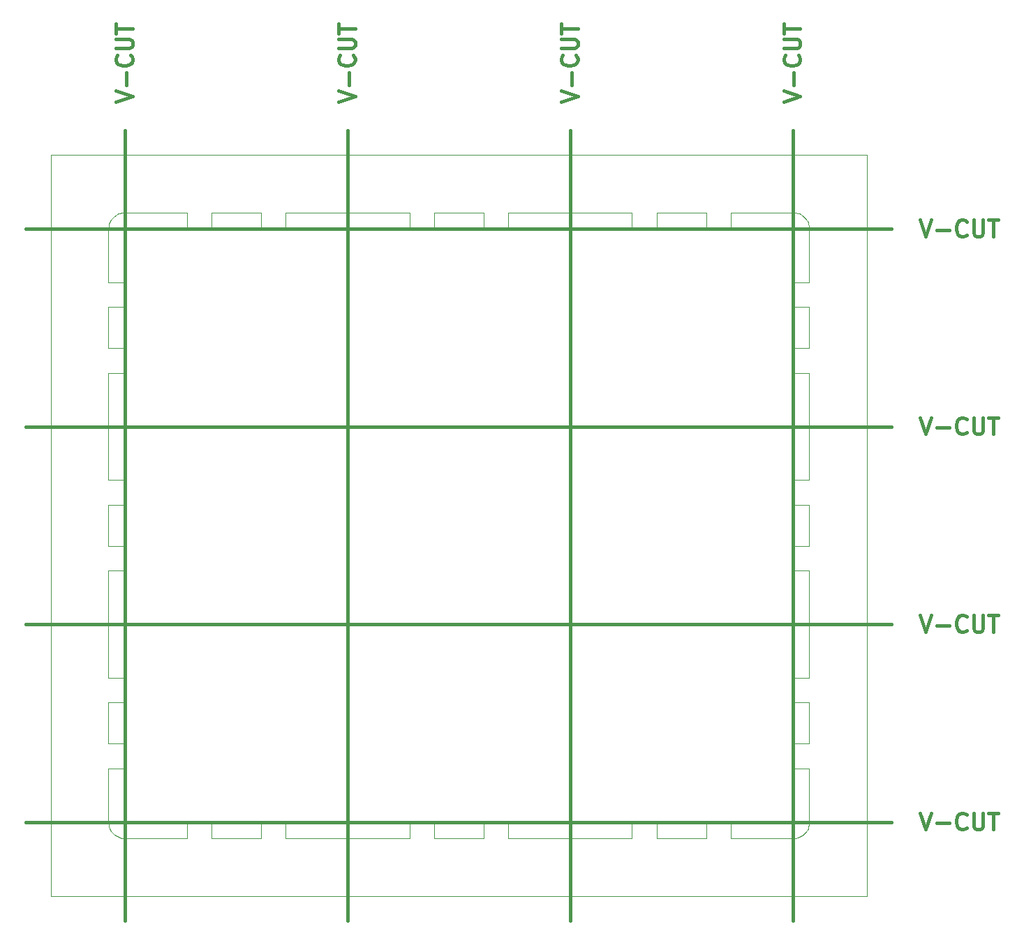
<source format=gm1>
G04 #@! TF.GenerationSoftware,KiCad,Pcbnew,6.0.11-2627ca5db0~126~ubuntu22.04.1*
G04 #@! TF.CreationDate,2023-02-05T22:47:26+11:00*
G04 #@! TF.ProjectId,panel,70616e65-6c2e-46b6-9963-61645f706362,rev?*
G04 #@! TF.SameCoordinates,Original*
G04 #@! TF.FileFunction,Profile,NP*
%FSLAX46Y46*%
G04 Gerber Fmt 4.6, Leading zero omitted, Abs format (unit mm)*
G04 Created by KiCad (PCBNEW 6.0.11-2627ca5db0~126~ubuntu22.04.1) date 2023-02-05 22:47:26*
%MOMM*%
%LPD*%
G01*
G04 APERTURE LIST*
G04 #@! TA.AperFunction,Profile*
%ADD10C,0.100000*%
G04 #@! TD*
G04 #@! TA.AperFunction,Profile*
%ADD11C,0.400000*%
G04 #@! TD*
%ADD12C,0.400000*%
G04 APERTURE END LIST*
D10*
X198000000Y-110000000D02*
X198000000Y-110000000D01*
X189000000Y-27000000D02*
X189196034Y-27009630D01*
X118500000Y-103000000D02*
X118500000Y-101000000D01*
X189000000Y-94500000D02*
X191000000Y-94500000D01*
X189000000Y-29000000D02*
X189000000Y-29000000D01*
X118500000Y-29000000D02*
X118500000Y-29000000D01*
X172500000Y-101000000D02*
X178500000Y-101000000D01*
X190913880Y-28419430D02*
X190961570Y-28609819D01*
X189390180Y-27038429D02*
X189580569Y-27086119D01*
X108000000Y-46500000D02*
X108000000Y-53000000D01*
X106000000Y-67500000D02*
X106000000Y-62500000D01*
X108000000Y-67500000D02*
X106000000Y-67500000D01*
X190414213Y-102414213D02*
X190268786Y-102546020D01*
X190961570Y-28609819D02*
X190990369Y-28803965D01*
X190847759Y-28234633D02*
X190913880Y-28419430D01*
X106000000Y-38500000D02*
X108000000Y-38500000D01*
X115500000Y-103000000D02*
X108000000Y-103000000D01*
X135000000Y-101000000D02*
X142500000Y-101000000D01*
X189580569Y-102913880D02*
X189390180Y-102961570D01*
X189000000Y-103000000D02*
X181500000Y-103000000D01*
X106152240Y-101765366D02*
X106086119Y-101580569D01*
X106000000Y-59500000D02*
X106000000Y-46500000D01*
X106453979Y-102268786D02*
X106337060Y-102111140D01*
X190990369Y-101196034D02*
X190961570Y-101390180D01*
X124500000Y-29000000D02*
X118500000Y-29000000D01*
X191000000Y-101000000D02*
X190990369Y-101196034D01*
D11*
X96000000Y-101000000D02*
X201000000Y-101000000D01*
D10*
X127500000Y-101000000D02*
X135000000Y-101000000D01*
X189000000Y-46500000D02*
X191000000Y-46500000D01*
X181500000Y-101000000D02*
X189000000Y-101000000D01*
X106000000Y-62500000D02*
X108000000Y-62500000D01*
X189000000Y-91500000D02*
X189000000Y-86500000D01*
X189000000Y-38500000D02*
X191000000Y-38500000D01*
X189000000Y-35500000D02*
X189000000Y-29000000D01*
X106000000Y-101000000D02*
X106000000Y-94500000D01*
D11*
X96000000Y-29000000D02*
X201000000Y-29000000D01*
D10*
X142500000Y-27000000D02*
X142500000Y-29000000D01*
X191000000Y-94500000D02*
X191000000Y-101000000D01*
X154500000Y-29000000D02*
X154500000Y-27000000D01*
X108000000Y-94500000D02*
X108000000Y-101000000D01*
X127500000Y-103000000D02*
X127500000Y-101000000D01*
X191000000Y-35500000D02*
X189000000Y-35500000D01*
X189000000Y-59500000D02*
X189000000Y-53000000D01*
X106236157Y-28057206D02*
X106337060Y-27888859D01*
X145500000Y-29000000D02*
X145500000Y-27000000D01*
X106000000Y-91500000D02*
X106000000Y-86500000D01*
X108000000Y-103000000D02*
X107803965Y-102990369D01*
X99000000Y-20000000D02*
X99000000Y-110000000D01*
X191000000Y-38500000D02*
X191000000Y-43500000D01*
X172500000Y-29000000D02*
X172500000Y-27000000D01*
X106585786Y-27585786D02*
X106731213Y-27453979D01*
X108000000Y-62500000D02*
X108000000Y-67500000D01*
X190847759Y-101765366D02*
X190763842Y-101942793D01*
X108000000Y-53000000D02*
X108000000Y-53000000D01*
X198000000Y-20000000D02*
X99000000Y-20000000D01*
X108000000Y-70500000D02*
X108000000Y-77000000D01*
X190546020Y-102268786D02*
X190414213Y-102414213D01*
X169500000Y-103000000D02*
X154500000Y-103000000D01*
X151500000Y-101000000D02*
X151500000Y-101000000D01*
X189765366Y-102847759D02*
X189580569Y-102913880D01*
X106888859Y-102662939D02*
X106731213Y-102546020D01*
X190111140Y-27337060D02*
X190268786Y-27453979D01*
X142500000Y-29000000D02*
X135000000Y-29000000D01*
X189000000Y-86500000D02*
X191000000Y-86500000D01*
X162000000Y-29000000D02*
X154500000Y-29000000D01*
X172500000Y-103000000D02*
X172500000Y-101000000D01*
X106086119Y-101580569D02*
X106038429Y-101390180D01*
X108000000Y-43500000D02*
X106000000Y-43500000D01*
X191000000Y-86500000D02*
X191000000Y-91500000D01*
X106731213Y-102546020D02*
X106585786Y-102414213D01*
X189765366Y-27152240D02*
X189942793Y-27236157D01*
X169500000Y-27000000D02*
X169500000Y-29000000D01*
X191000000Y-46500000D02*
X191000000Y-59500000D01*
X108000000Y-29000000D02*
X108000000Y-35500000D01*
X162000000Y-29000000D02*
X162000000Y-29000000D01*
X190268786Y-102546020D02*
X190111140Y-102662939D01*
X189000000Y-38500000D02*
X189000000Y-38500000D01*
X108000000Y-53000000D02*
X108000000Y-59500000D01*
X106453979Y-27731213D02*
X106585786Y-27585786D01*
X191000000Y-43500000D02*
X189000000Y-43500000D01*
X124500000Y-27000000D02*
X124500000Y-29000000D01*
X191000000Y-59500000D02*
X189000000Y-59500000D01*
X99000000Y-110000000D02*
X198000000Y-110000000D01*
X107419430Y-102913880D02*
X107234633Y-102847759D01*
X145500000Y-29000000D02*
X145500000Y-29000000D01*
X106009630Y-28803965D02*
X106038429Y-28609819D01*
X108000000Y-101000000D02*
X115500000Y-101000000D01*
X115500000Y-27000000D02*
X115500000Y-29000000D01*
X190414213Y-27585786D02*
X190546020Y-27731213D01*
X190763842Y-28057206D02*
X190847759Y-28234633D01*
X108000000Y-86500000D02*
X108000000Y-91500000D01*
X107234633Y-27152240D02*
X107419430Y-27086119D01*
X108000000Y-91500000D02*
X108000000Y-91500000D01*
X108000000Y-35500000D02*
X106000000Y-35500000D01*
X106000000Y-46500000D02*
X108000000Y-46500000D01*
X107234633Y-102847759D02*
X107057206Y-102763842D01*
X145500000Y-27000000D02*
X151500000Y-27000000D01*
X190268786Y-27453979D02*
X190414213Y-27585786D01*
X151500000Y-101000000D02*
X151500000Y-103000000D01*
X178500000Y-103000000D02*
X172500000Y-103000000D01*
X106731213Y-27453979D02*
X106888859Y-27337060D01*
X106000000Y-83500000D02*
X106000000Y-70500000D01*
X107609819Y-102961570D02*
X107419430Y-102913880D01*
X127500000Y-29000000D02*
X127500000Y-27000000D01*
X106038429Y-28609819D02*
X106086119Y-28419430D01*
X108000000Y-67500000D02*
X108000000Y-67500000D01*
X198000000Y-110000000D02*
X198000000Y-20000000D01*
X189000000Y-29000000D02*
X181500000Y-29000000D01*
X118500000Y-27000000D02*
X124500000Y-27000000D01*
X124500000Y-103000000D02*
X118500000Y-103000000D01*
X107803965Y-102990369D02*
X107609819Y-102961570D01*
X189000000Y-67500000D02*
X189000000Y-62500000D01*
X162000000Y-101000000D02*
X169500000Y-101000000D01*
X106000000Y-29000000D02*
X106009630Y-28803965D01*
X189942793Y-102763842D02*
X189765366Y-102847759D01*
X189580569Y-27086119D02*
X189765366Y-27152240D01*
X108000000Y-77000000D02*
X108000000Y-77000000D01*
X189000000Y-77000000D02*
X189000000Y-77000000D01*
X191000000Y-62500000D02*
X191000000Y-67500000D01*
X106009630Y-101196034D02*
X106000000Y-101000000D01*
X124500000Y-101000000D02*
X124500000Y-103000000D01*
X151500000Y-29000000D02*
X145500000Y-29000000D01*
X189000000Y-70500000D02*
X191000000Y-70500000D01*
X108000000Y-101000000D02*
X108000000Y-101000000D01*
X178500000Y-29000000D02*
X172500000Y-29000000D01*
X181500000Y-27000000D02*
X189000000Y-27000000D01*
X135000000Y-101000000D02*
X135000000Y-101000000D01*
D11*
X96000000Y-53000000D02*
X201000000Y-53000000D01*
D10*
X162000000Y-101000000D02*
X162000000Y-101000000D01*
X142500000Y-101000000D02*
X142500000Y-103000000D01*
X106000000Y-70500000D02*
X108000000Y-70500000D01*
D11*
X96000000Y-77000000D02*
X201000000Y-77000000D01*
D10*
X106236157Y-101942793D02*
X106152240Y-101765366D01*
X189196034Y-27009630D02*
X189390180Y-27038429D01*
X190662939Y-27888859D02*
X190763842Y-28057206D01*
X124500000Y-101000000D02*
X124500000Y-101000000D01*
X189000000Y-62500000D02*
X189000000Y-62500000D01*
X107057206Y-102763842D02*
X106888859Y-102662939D01*
X181500000Y-103000000D02*
X181500000Y-101000000D01*
X189000000Y-62500000D02*
X191000000Y-62500000D01*
X189000000Y-101000000D02*
X189000000Y-101000000D01*
X172500000Y-29000000D02*
X172500000Y-29000000D01*
X189000000Y-77000000D02*
X189000000Y-70500000D01*
X189196034Y-102990369D02*
X189000000Y-103000000D01*
X190546020Y-27731213D02*
X190662939Y-27888859D01*
X106337060Y-27888859D02*
X106453979Y-27731213D01*
D11*
X135000000Y-17000000D02*
X135000000Y-113000000D01*
D10*
X191000000Y-91500000D02*
X189000000Y-91500000D01*
D11*
X108000000Y-17000000D02*
X108000000Y-113000000D01*
D10*
X191000000Y-70500000D02*
X191000000Y-83500000D01*
X142500000Y-103000000D02*
X127500000Y-103000000D01*
X106038429Y-101390180D02*
X106009630Y-101196034D01*
X108000000Y-91500000D02*
X106000000Y-91500000D01*
X108000000Y-29000000D02*
X108000000Y-29000000D01*
D11*
X189000000Y-17000000D02*
X189000000Y-113000000D01*
D10*
X189000000Y-101000000D02*
X189000000Y-94500000D01*
X190990369Y-28803965D02*
X191000000Y-29000000D01*
X107419430Y-27086119D02*
X107609819Y-27038429D01*
X178500000Y-27000000D02*
X178500000Y-29000000D01*
X191000000Y-83500000D02*
X189000000Y-83500000D01*
X106000000Y-35500000D02*
X106000000Y-29000000D01*
X108000000Y-38500000D02*
X108000000Y-43500000D01*
X190662939Y-102111140D02*
X190546020Y-102268786D01*
X108000000Y-59500000D02*
X106000000Y-59500000D01*
X108000000Y-27000000D02*
X115500000Y-27000000D01*
X118500000Y-101000000D02*
X124500000Y-101000000D01*
X190111140Y-102662939D02*
X189942793Y-102763842D01*
X154500000Y-27000000D02*
X169500000Y-27000000D01*
X106086119Y-28419430D02*
X106152240Y-28234633D01*
X189942793Y-27236157D02*
X190111140Y-27337060D01*
X189000000Y-53000000D02*
X189000000Y-53000000D01*
X106888859Y-27337060D02*
X107057206Y-27236157D01*
X189000000Y-43500000D02*
X189000000Y-38500000D01*
X172500000Y-27000000D02*
X178500000Y-27000000D01*
X181500000Y-29000000D02*
X181500000Y-27000000D01*
X151500000Y-103000000D02*
X145500000Y-103000000D01*
X190763842Y-101942793D02*
X190662939Y-102111140D01*
X107609819Y-27038429D02*
X107803965Y-27009630D01*
X190961570Y-101390180D02*
X190913880Y-101580569D01*
X108000000Y-43500000D02*
X108000000Y-43500000D01*
X106585786Y-102414213D02*
X106453979Y-102268786D01*
X190913880Y-101580569D02*
X190847759Y-101765366D01*
X154500000Y-103000000D02*
X154500000Y-101000000D01*
X145500000Y-103000000D02*
X145500000Y-101000000D01*
X154500000Y-101000000D02*
X162000000Y-101000000D01*
X108000000Y-83500000D02*
X106000000Y-83500000D01*
X189000000Y-86500000D02*
X189000000Y-86500000D01*
X106000000Y-43500000D02*
X106000000Y-38500000D01*
X106152240Y-28234633D02*
X106236157Y-28057206D01*
X191000000Y-67500000D02*
X189000000Y-67500000D01*
X115500000Y-29000000D02*
X108000000Y-29000000D01*
X178500000Y-101000000D02*
X178500000Y-103000000D01*
X151500000Y-27000000D02*
X151500000Y-29000000D01*
X108000000Y-77000000D02*
X108000000Y-83500000D01*
X145500000Y-101000000D02*
X151500000Y-101000000D01*
X127500000Y-27000000D02*
X142500000Y-27000000D01*
X189390180Y-102961570D02*
X189196034Y-102990369D01*
D11*
X162000000Y-17000000D02*
X162000000Y-113000000D01*
D10*
X169500000Y-29000000D02*
X162000000Y-29000000D01*
X115500000Y-101000000D02*
X115500000Y-103000000D01*
X106337060Y-102111140D02*
X106236157Y-101942793D01*
X189000000Y-83500000D02*
X189000000Y-77000000D01*
X178500000Y-101000000D02*
X178500000Y-101000000D01*
X106000000Y-94500000D02*
X108000000Y-94500000D01*
X169500000Y-101000000D02*
X169500000Y-103000000D01*
X189000000Y-53000000D02*
X189000000Y-46500000D01*
X107057206Y-27236157D02*
X107234633Y-27152240D01*
X106000000Y-86500000D02*
X108000000Y-86500000D01*
X191000000Y-29000000D02*
X191000000Y-35500000D01*
X135000000Y-29000000D02*
X127500000Y-29000000D01*
X118500000Y-29000000D02*
X118500000Y-27000000D01*
X135000000Y-29000000D02*
X135000000Y-29000000D01*
X107803965Y-27009630D02*
X108000000Y-27000000D01*
D12*
X204450476Y-99904761D02*
X205117142Y-101904761D01*
X205783809Y-99904761D01*
X206450476Y-101142857D02*
X207974285Y-101142857D01*
X210069523Y-101714285D02*
X209974285Y-101809523D01*
X209688571Y-101904761D01*
X209498095Y-101904761D01*
X209212380Y-101809523D01*
X209021904Y-101619047D01*
X208926666Y-101428571D01*
X208831428Y-101047619D01*
X208831428Y-100761904D01*
X208926666Y-100380952D01*
X209021904Y-100190476D01*
X209212380Y-100000000D01*
X209498095Y-99904761D01*
X209688571Y-99904761D01*
X209974285Y-100000000D01*
X210069523Y-100095238D01*
X210926666Y-99904761D02*
X210926666Y-101523809D01*
X211021904Y-101714285D01*
X211117142Y-101809523D01*
X211307619Y-101904761D01*
X211688571Y-101904761D01*
X211879047Y-101809523D01*
X211974285Y-101714285D01*
X212069523Y-101523809D01*
X212069523Y-99904761D01*
X212736190Y-99904761D02*
X213879047Y-99904761D01*
X213307619Y-101904761D02*
X213307619Y-99904761D01*
X204450476Y-27904761D02*
X205117142Y-29904761D01*
X205783809Y-27904761D01*
X206450476Y-29142857D02*
X207974285Y-29142857D01*
X210069523Y-29714285D02*
X209974285Y-29809523D01*
X209688571Y-29904761D01*
X209498095Y-29904761D01*
X209212380Y-29809523D01*
X209021904Y-29619047D01*
X208926666Y-29428571D01*
X208831428Y-29047619D01*
X208831428Y-28761904D01*
X208926666Y-28380952D01*
X209021904Y-28190476D01*
X209212380Y-28000000D01*
X209498095Y-27904761D01*
X209688571Y-27904761D01*
X209974285Y-28000000D01*
X210069523Y-28095238D01*
X210926666Y-27904761D02*
X210926666Y-29523809D01*
X211021904Y-29714285D01*
X211117142Y-29809523D01*
X211307619Y-29904761D01*
X211688571Y-29904761D01*
X211879047Y-29809523D01*
X211974285Y-29714285D01*
X212069523Y-29523809D01*
X212069523Y-27904761D01*
X212736190Y-27904761D02*
X213879047Y-27904761D01*
X213307619Y-29904761D02*
X213307619Y-27904761D01*
X133904761Y-13549523D02*
X135904761Y-12882857D01*
X133904761Y-12216190D01*
X135142857Y-11549523D02*
X135142857Y-10025714D01*
X135714285Y-7930476D02*
X135809523Y-8025714D01*
X135904761Y-8311428D01*
X135904761Y-8501904D01*
X135809523Y-8787619D01*
X135619047Y-8978095D01*
X135428571Y-9073333D01*
X135047619Y-9168571D01*
X134761904Y-9168571D01*
X134380952Y-9073333D01*
X134190476Y-8978095D01*
X134000000Y-8787619D01*
X133904761Y-8501904D01*
X133904761Y-8311428D01*
X134000000Y-8025714D01*
X134095238Y-7930476D01*
X133904761Y-7073333D02*
X135523809Y-7073333D01*
X135714285Y-6978095D01*
X135809523Y-6882857D01*
X135904761Y-6692380D01*
X135904761Y-6311428D01*
X135809523Y-6120952D01*
X135714285Y-6025714D01*
X135523809Y-5930476D01*
X133904761Y-5930476D01*
X133904761Y-5263809D02*
X133904761Y-4120952D01*
X135904761Y-4692380D02*
X133904761Y-4692380D01*
X204450476Y-75904761D02*
X205117142Y-77904761D01*
X205783809Y-75904761D01*
X206450476Y-77142857D02*
X207974285Y-77142857D01*
X210069523Y-77714285D02*
X209974285Y-77809523D01*
X209688571Y-77904761D01*
X209498095Y-77904761D01*
X209212380Y-77809523D01*
X209021904Y-77619047D01*
X208926666Y-77428571D01*
X208831428Y-77047619D01*
X208831428Y-76761904D01*
X208926666Y-76380952D01*
X209021904Y-76190476D01*
X209212380Y-76000000D01*
X209498095Y-75904761D01*
X209688571Y-75904761D01*
X209974285Y-76000000D01*
X210069523Y-76095238D01*
X210926666Y-75904761D02*
X210926666Y-77523809D01*
X211021904Y-77714285D01*
X211117142Y-77809523D01*
X211307619Y-77904761D01*
X211688571Y-77904761D01*
X211879047Y-77809523D01*
X211974285Y-77714285D01*
X212069523Y-77523809D01*
X212069523Y-75904761D01*
X212736190Y-75904761D02*
X213879047Y-75904761D01*
X213307619Y-77904761D02*
X213307619Y-75904761D01*
X204450476Y-51904761D02*
X205117142Y-53904761D01*
X205783809Y-51904761D01*
X206450476Y-53142857D02*
X207974285Y-53142857D01*
X210069523Y-53714285D02*
X209974285Y-53809523D01*
X209688571Y-53904761D01*
X209498095Y-53904761D01*
X209212380Y-53809523D01*
X209021904Y-53619047D01*
X208926666Y-53428571D01*
X208831428Y-53047619D01*
X208831428Y-52761904D01*
X208926666Y-52380952D01*
X209021904Y-52190476D01*
X209212380Y-52000000D01*
X209498095Y-51904761D01*
X209688571Y-51904761D01*
X209974285Y-52000000D01*
X210069523Y-52095238D01*
X210926666Y-51904761D02*
X210926666Y-53523809D01*
X211021904Y-53714285D01*
X211117142Y-53809523D01*
X211307619Y-53904761D01*
X211688571Y-53904761D01*
X211879047Y-53809523D01*
X211974285Y-53714285D01*
X212069523Y-53523809D01*
X212069523Y-51904761D01*
X212736190Y-51904761D02*
X213879047Y-51904761D01*
X213307619Y-53904761D02*
X213307619Y-51904761D01*
X106904761Y-13549523D02*
X108904761Y-12882857D01*
X106904761Y-12216190D01*
X108142857Y-11549523D02*
X108142857Y-10025714D01*
X108714285Y-7930476D02*
X108809523Y-8025714D01*
X108904761Y-8311428D01*
X108904761Y-8501904D01*
X108809523Y-8787619D01*
X108619047Y-8978095D01*
X108428571Y-9073333D01*
X108047619Y-9168571D01*
X107761904Y-9168571D01*
X107380952Y-9073333D01*
X107190476Y-8978095D01*
X107000000Y-8787619D01*
X106904761Y-8501904D01*
X106904761Y-8311428D01*
X107000000Y-8025714D01*
X107095238Y-7930476D01*
X106904761Y-7073333D02*
X108523809Y-7073333D01*
X108714285Y-6978095D01*
X108809523Y-6882857D01*
X108904761Y-6692380D01*
X108904761Y-6311428D01*
X108809523Y-6120952D01*
X108714285Y-6025714D01*
X108523809Y-5930476D01*
X106904761Y-5930476D01*
X106904761Y-5263809D02*
X106904761Y-4120952D01*
X108904761Y-4692380D02*
X106904761Y-4692380D01*
X160904761Y-13549523D02*
X162904761Y-12882857D01*
X160904761Y-12216190D01*
X162142857Y-11549523D02*
X162142857Y-10025714D01*
X162714285Y-7930476D02*
X162809523Y-8025714D01*
X162904761Y-8311428D01*
X162904761Y-8501904D01*
X162809523Y-8787619D01*
X162619047Y-8978095D01*
X162428571Y-9073333D01*
X162047619Y-9168571D01*
X161761904Y-9168571D01*
X161380952Y-9073333D01*
X161190476Y-8978095D01*
X161000000Y-8787619D01*
X160904761Y-8501904D01*
X160904761Y-8311428D01*
X161000000Y-8025714D01*
X161095238Y-7930476D01*
X160904761Y-7073333D02*
X162523809Y-7073333D01*
X162714285Y-6978095D01*
X162809523Y-6882857D01*
X162904761Y-6692380D01*
X162904761Y-6311428D01*
X162809523Y-6120952D01*
X162714285Y-6025714D01*
X162523809Y-5930476D01*
X160904761Y-5930476D01*
X160904761Y-5263809D02*
X160904761Y-4120952D01*
X162904761Y-4692380D02*
X160904761Y-4692380D01*
X187904761Y-13549523D02*
X189904761Y-12882857D01*
X187904761Y-12216190D01*
X189142857Y-11549523D02*
X189142857Y-10025714D01*
X189714285Y-7930476D02*
X189809523Y-8025714D01*
X189904761Y-8311428D01*
X189904761Y-8501904D01*
X189809523Y-8787619D01*
X189619047Y-8978095D01*
X189428571Y-9073333D01*
X189047619Y-9168571D01*
X188761904Y-9168571D01*
X188380952Y-9073333D01*
X188190476Y-8978095D01*
X188000000Y-8787619D01*
X187904761Y-8501904D01*
X187904761Y-8311428D01*
X188000000Y-8025714D01*
X188095238Y-7930476D01*
X187904761Y-7073333D02*
X189523809Y-7073333D01*
X189714285Y-6978095D01*
X189809523Y-6882857D01*
X189904761Y-6692380D01*
X189904761Y-6311428D01*
X189809523Y-6120952D01*
X189714285Y-6025714D01*
X189523809Y-5930476D01*
X187904761Y-5930476D01*
X187904761Y-5263809D02*
X187904761Y-4120952D01*
X189904761Y-4692380D02*
X187904761Y-4692380D01*
M02*

</source>
